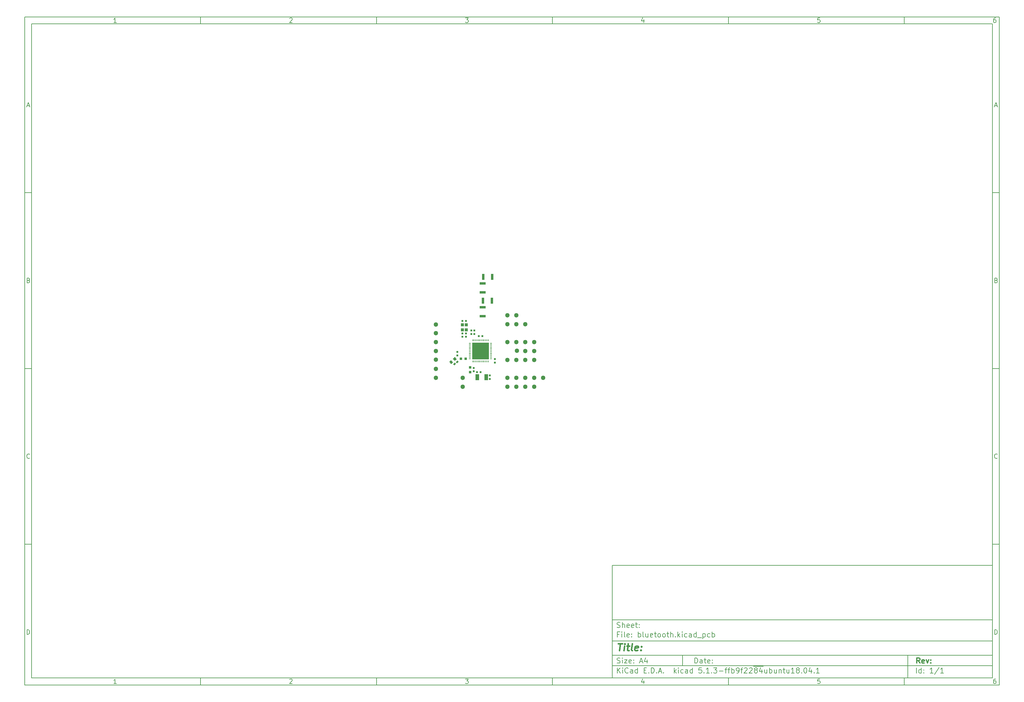
<source format=gbr>
%TF.GenerationSoftware,KiCad,Pcbnew,5.1.3-ffb9f22~84~ubuntu18.04.1*%
%TF.CreationDate,2019-07-25T20:13:38+03:00*%
%TF.ProjectId,bluetooth,626c7565-746f-46f7-9468-2e6b69636164,rev?*%
%TF.SameCoordinates,Original*%
%TF.FileFunction,Soldermask,Top*%
%TF.FilePolarity,Negative*%
%FSLAX45Y45*%
G04 Gerber Fmt 4.5, Leading zero omitted, Abs format (unit mm)*
G04 Created by KiCad (PCBNEW 5.1.3-ffb9f22~84~ubuntu18.04.1) date 2019-07-25 20:13:38*
%MOMM*%
%LPD*%
G04 APERTURE LIST*
%ADD10C,0.100000*%
%ADD11C,0.150000*%
%ADD12C,0.300000*%
%ADD13C,0.400000*%
%ADD14R,1.750000X0.800000*%
%ADD15R,0.800000X1.750000*%
%ADD16C,1.300000*%
%ADD17O,0.200000X0.650000*%
%ADD18O,0.650000X0.200000*%
%ADD19R,4.700000X4.700000*%
%ADD20R,0.500000X0.600000*%
%ADD21C,0.750000*%
%ADD22C,0.500000*%
%ADD23R,0.750000X0.800000*%
%ADD24R,0.600000X0.500000*%
%ADD25R,0.850000X0.950000*%
%ADD26R,0.800000X0.750000*%
%ADD27R,1.000000X1.800000*%
G04 APERTURE END LIST*
D10*
D11*
X17700220Y-16600720D02*
X17700220Y-19800720D01*
X28500220Y-19800720D01*
X28500220Y-16600720D01*
X17700220Y-16600720D01*
D10*
D11*
X1000000Y-1000000D02*
X1000000Y-20000720D01*
X28700220Y-20000720D01*
X28700220Y-1000000D01*
X1000000Y-1000000D01*
D10*
D11*
X1200000Y-1200000D02*
X1200000Y-19800720D01*
X28500220Y-19800720D01*
X28500220Y-1200000D01*
X1200000Y-1200000D01*
D10*
D11*
X6000000Y-1200000D02*
X6000000Y-1000000D01*
D10*
D11*
X11000000Y-1200000D02*
X11000000Y-1000000D01*
D10*
D11*
X16000000Y-1200000D02*
X16000000Y-1000000D01*
D10*
D11*
X21000000Y-1200000D02*
X21000000Y-1000000D01*
D10*
D11*
X26000000Y-1200000D02*
X26000000Y-1000000D01*
D10*
D11*
X3606548Y-1158810D02*
X3532262Y-1158810D01*
X3569405Y-1158810D02*
X3569405Y-1028809D01*
X3557024Y-1047381D01*
X3544643Y-1059762D01*
X3532262Y-1065952D01*
D10*
D11*
X8532262Y-1041190D02*
X8538452Y-1035000D01*
X8550833Y-1028809D01*
X8581786Y-1028809D01*
X8594167Y-1035000D01*
X8600357Y-1041190D01*
X8606548Y-1053571D01*
X8606548Y-1065952D01*
X8600357Y-1084524D01*
X8526071Y-1158810D01*
X8606548Y-1158810D01*
D10*
D11*
X13526071Y-1028809D02*
X13606548Y-1028809D01*
X13563214Y-1078333D01*
X13581786Y-1078333D01*
X13594167Y-1084524D01*
X13600357Y-1090714D01*
X13606548Y-1103095D01*
X13606548Y-1134048D01*
X13600357Y-1146429D01*
X13594167Y-1152619D01*
X13581786Y-1158810D01*
X13544643Y-1158810D01*
X13532262Y-1152619D01*
X13526071Y-1146429D01*
D10*
D11*
X18594167Y-1072143D02*
X18594167Y-1158810D01*
X18563214Y-1022619D02*
X18532262Y-1115476D01*
X18612738Y-1115476D01*
D10*
D11*
X23600357Y-1028809D02*
X23538452Y-1028809D01*
X23532262Y-1090714D01*
X23538452Y-1084524D01*
X23550833Y-1078333D01*
X23581786Y-1078333D01*
X23594167Y-1084524D01*
X23600357Y-1090714D01*
X23606548Y-1103095D01*
X23606548Y-1134048D01*
X23600357Y-1146429D01*
X23594167Y-1152619D01*
X23581786Y-1158810D01*
X23550833Y-1158810D01*
X23538452Y-1152619D01*
X23532262Y-1146429D01*
D10*
D11*
X28594167Y-1028809D02*
X28569405Y-1028809D01*
X28557024Y-1035000D01*
X28550833Y-1041190D01*
X28538452Y-1059762D01*
X28532262Y-1084524D01*
X28532262Y-1134048D01*
X28538452Y-1146429D01*
X28544643Y-1152619D01*
X28557024Y-1158810D01*
X28581786Y-1158810D01*
X28594167Y-1152619D01*
X28600357Y-1146429D01*
X28606548Y-1134048D01*
X28606548Y-1103095D01*
X28600357Y-1090714D01*
X28594167Y-1084524D01*
X28581786Y-1078333D01*
X28557024Y-1078333D01*
X28544643Y-1084524D01*
X28538452Y-1090714D01*
X28532262Y-1103095D01*
D10*
D11*
X6000000Y-19800720D02*
X6000000Y-20000720D01*
D10*
D11*
X11000000Y-19800720D02*
X11000000Y-20000720D01*
D10*
D11*
X16000000Y-19800720D02*
X16000000Y-20000720D01*
D10*
D11*
X21000000Y-19800720D02*
X21000000Y-20000720D01*
D10*
D11*
X26000000Y-19800720D02*
X26000000Y-20000720D01*
D10*
D11*
X3606548Y-19959530D02*
X3532262Y-19959530D01*
X3569405Y-19959530D02*
X3569405Y-19829530D01*
X3557024Y-19848101D01*
X3544643Y-19860482D01*
X3532262Y-19866672D01*
D10*
D11*
X8532262Y-19841910D02*
X8538452Y-19835720D01*
X8550833Y-19829530D01*
X8581786Y-19829530D01*
X8594167Y-19835720D01*
X8600357Y-19841910D01*
X8606548Y-19854291D01*
X8606548Y-19866672D01*
X8600357Y-19885244D01*
X8526071Y-19959530D01*
X8606548Y-19959530D01*
D10*
D11*
X13526071Y-19829530D02*
X13606548Y-19829530D01*
X13563214Y-19879053D01*
X13581786Y-19879053D01*
X13594167Y-19885244D01*
X13600357Y-19891434D01*
X13606548Y-19903815D01*
X13606548Y-19934768D01*
X13600357Y-19947149D01*
X13594167Y-19953339D01*
X13581786Y-19959530D01*
X13544643Y-19959530D01*
X13532262Y-19953339D01*
X13526071Y-19947149D01*
D10*
D11*
X18594167Y-19872863D02*
X18594167Y-19959530D01*
X18563214Y-19823339D02*
X18532262Y-19916196D01*
X18612738Y-19916196D01*
D10*
D11*
X23600357Y-19829530D02*
X23538452Y-19829530D01*
X23532262Y-19891434D01*
X23538452Y-19885244D01*
X23550833Y-19879053D01*
X23581786Y-19879053D01*
X23594167Y-19885244D01*
X23600357Y-19891434D01*
X23606548Y-19903815D01*
X23606548Y-19934768D01*
X23600357Y-19947149D01*
X23594167Y-19953339D01*
X23581786Y-19959530D01*
X23550833Y-19959530D01*
X23538452Y-19953339D01*
X23532262Y-19947149D01*
D10*
D11*
X28594167Y-19829530D02*
X28569405Y-19829530D01*
X28557024Y-19835720D01*
X28550833Y-19841910D01*
X28538452Y-19860482D01*
X28532262Y-19885244D01*
X28532262Y-19934768D01*
X28538452Y-19947149D01*
X28544643Y-19953339D01*
X28557024Y-19959530D01*
X28581786Y-19959530D01*
X28594167Y-19953339D01*
X28600357Y-19947149D01*
X28606548Y-19934768D01*
X28606548Y-19903815D01*
X28600357Y-19891434D01*
X28594167Y-19885244D01*
X28581786Y-19879053D01*
X28557024Y-19879053D01*
X28544643Y-19885244D01*
X28538452Y-19891434D01*
X28532262Y-19903815D01*
D10*
D11*
X1000000Y-6000000D02*
X1200000Y-6000000D01*
D10*
D11*
X1000000Y-11000000D02*
X1200000Y-11000000D01*
D10*
D11*
X1000000Y-16000000D02*
X1200000Y-16000000D01*
D10*
D11*
X1069048Y-3521667D02*
X1130952Y-3521667D01*
X1056667Y-3558809D02*
X1100000Y-3428809D01*
X1143333Y-3558809D01*
D10*
D11*
X1109286Y-8490714D02*
X1127857Y-8496905D01*
X1134048Y-8503095D01*
X1140238Y-8515476D01*
X1140238Y-8534048D01*
X1134048Y-8546429D01*
X1127857Y-8552619D01*
X1115476Y-8558810D01*
X1065952Y-8558810D01*
X1065952Y-8428810D01*
X1109286Y-8428810D01*
X1121667Y-8435000D01*
X1127857Y-8441190D01*
X1134048Y-8453571D01*
X1134048Y-8465952D01*
X1127857Y-8478333D01*
X1121667Y-8484524D01*
X1109286Y-8490714D01*
X1065952Y-8490714D01*
D10*
D11*
X1140238Y-13546428D02*
X1134048Y-13552619D01*
X1115476Y-13558809D01*
X1103095Y-13558809D01*
X1084524Y-13552619D01*
X1072143Y-13540238D01*
X1065952Y-13527857D01*
X1059762Y-13503095D01*
X1059762Y-13484524D01*
X1065952Y-13459762D01*
X1072143Y-13447381D01*
X1084524Y-13435000D01*
X1103095Y-13428809D01*
X1115476Y-13428809D01*
X1134048Y-13435000D01*
X1140238Y-13441190D01*
D10*
D11*
X1065952Y-18558810D02*
X1065952Y-18428810D01*
X1096905Y-18428810D01*
X1115476Y-18435000D01*
X1127857Y-18447381D01*
X1134048Y-18459762D01*
X1140238Y-18484524D01*
X1140238Y-18503095D01*
X1134048Y-18527857D01*
X1127857Y-18540238D01*
X1115476Y-18552619D01*
X1096905Y-18558810D01*
X1065952Y-18558810D01*
D10*
D11*
X28700220Y-6000000D02*
X28500220Y-6000000D01*
D10*
D11*
X28700220Y-11000000D02*
X28500220Y-11000000D01*
D10*
D11*
X28700220Y-16000000D02*
X28500220Y-16000000D01*
D10*
D11*
X28569268Y-3521667D02*
X28631172Y-3521667D01*
X28556887Y-3558809D02*
X28600220Y-3428809D01*
X28643553Y-3558809D01*
D10*
D11*
X28609506Y-8490714D02*
X28628077Y-8496905D01*
X28634268Y-8503095D01*
X28640458Y-8515476D01*
X28640458Y-8534048D01*
X28634268Y-8546429D01*
X28628077Y-8552619D01*
X28615696Y-8558810D01*
X28566172Y-8558810D01*
X28566172Y-8428810D01*
X28609506Y-8428810D01*
X28621887Y-8435000D01*
X28628077Y-8441190D01*
X28634268Y-8453571D01*
X28634268Y-8465952D01*
X28628077Y-8478333D01*
X28621887Y-8484524D01*
X28609506Y-8490714D01*
X28566172Y-8490714D01*
D10*
D11*
X28640458Y-13546428D02*
X28634268Y-13552619D01*
X28615696Y-13558809D01*
X28603315Y-13558809D01*
X28584744Y-13552619D01*
X28572363Y-13540238D01*
X28566172Y-13527857D01*
X28559982Y-13503095D01*
X28559982Y-13484524D01*
X28566172Y-13459762D01*
X28572363Y-13447381D01*
X28584744Y-13435000D01*
X28603315Y-13428809D01*
X28615696Y-13428809D01*
X28634268Y-13435000D01*
X28640458Y-13441190D01*
D10*
D11*
X28566172Y-18558810D02*
X28566172Y-18428810D01*
X28597125Y-18428810D01*
X28615696Y-18435000D01*
X28628077Y-18447381D01*
X28634268Y-18459762D01*
X28640458Y-18484524D01*
X28640458Y-18503095D01*
X28634268Y-18527857D01*
X28628077Y-18540238D01*
X28615696Y-18552619D01*
X28597125Y-18558810D01*
X28566172Y-18558810D01*
D10*
D11*
X20043434Y-19378577D02*
X20043434Y-19228577D01*
X20079149Y-19228577D01*
X20100577Y-19235720D01*
X20114863Y-19250006D01*
X20122006Y-19264291D01*
X20129149Y-19292863D01*
X20129149Y-19314291D01*
X20122006Y-19342863D01*
X20114863Y-19357149D01*
X20100577Y-19371434D01*
X20079149Y-19378577D01*
X20043434Y-19378577D01*
X20257720Y-19378577D02*
X20257720Y-19300006D01*
X20250577Y-19285720D01*
X20236291Y-19278577D01*
X20207720Y-19278577D01*
X20193434Y-19285720D01*
X20257720Y-19371434D02*
X20243434Y-19378577D01*
X20207720Y-19378577D01*
X20193434Y-19371434D01*
X20186291Y-19357149D01*
X20186291Y-19342863D01*
X20193434Y-19328577D01*
X20207720Y-19321434D01*
X20243434Y-19321434D01*
X20257720Y-19314291D01*
X20307720Y-19278577D02*
X20364863Y-19278577D01*
X20329149Y-19228577D02*
X20329149Y-19357149D01*
X20336291Y-19371434D01*
X20350577Y-19378577D01*
X20364863Y-19378577D01*
X20472006Y-19371434D02*
X20457720Y-19378577D01*
X20429149Y-19378577D01*
X20414863Y-19371434D01*
X20407720Y-19357149D01*
X20407720Y-19300006D01*
X20414863Y-19285720D01*
X20429149Y-19278577D01*
X20457720Y-19278577D01*
X20472006Y-19285720D01*
X20479149Y-19300006D01*
X20479149Y-19314291D01*
X20407720Y-19328577D01*
X20543434Y-19364291D02*
X20550577Y-19371434D01*
X20543434Y-19378577D01*
X20536291Y-19371434D01*
X20543434Y-19364291D01*
X20543434Y-19378577D01*
X20543434Y-19285720D02*
X20550577Y-19292863D01*
X20543434Y-19300006D01*
X20536291Y-19292863D01*
X20543434Y-19285720D01*
X20543434Y-19300006D01*
D10*
D11*
X17700220Y-19450720D02*
X28500220Y-19450720D01*
D10*
D11*
X17843434Y-19658577D02*
X17843434Y-19508577D01*
X17929149Y-19658577D02*
X17864863Y-19572863D01*
X17929149Y-19508577D02*
X17843434Y-19594291D01*
X17993434Y-19658577D02*
X17993434Y-19558577D01*
X17993434Y-19508577D02*
X17986291Y-19515720D01*
X17993434Y-19522863D01*
X18000577Y-19515720D01*
X17993434Y-19508577D01*
X17993434Y-19522863D01*
X18150577Y-19644291D02*
X18143434Y-19651434D01*
X18122006Y-19658577D01*
X18107720Y-19658577D01*
X18086291Y-19651434D01*
X18072006Y-19637149D01*
X18064863Y-19622863D01*
X18057720Y-19594291D01*
X18057720Y-19572863D01*
X18064863Y-19544291D01*
X18072006Y-19530006D01*
X18086291Y-19515720D01*
X18107720Y-19508577D01*
X18122006Y-19508577D01*
X18143434Y-19515720D01*
X18150577Y-19522863D01*
X18279149Y-19658577D02*
X18279149Y-19580006D01*
X18272006Y-19565720D01*
X18257720Y-19558577D01*
X18229149Y-19558577D01*
X18214863Y-19565720D01*
X18279149Y-19651434D02*
X18264863Y-19658577D01*
X18229149Y-19658577D01*
X18214863Y-19651434D01*
X18207720Y-19637149D01*
X18207720Y-19622863D01*
X18214863Y-19608577D01*
X18229149Y-19601434D01*
X18264863Y-19601434D01*
X18279149Y-19594291D01*
X18414863Y-19658577D02*
X18414863Y-19508577D01*
X18414863Y-19651434D02*
X18400577Y-19658577D01*
X18372006Y-19658577D01*
X18357720Y-19651434D01*
X18350577Y-19644291D01*
X18343434Y-19630006D01*
X18343434Y-19587149D01*
X18350577Y-19572863D01*
X18357720Y-19565720D01*
X18372006Y-19558577D01*
X18400577Y-19558577D01*
X18414863Y-19565720D01*
X18600577Y-19580006D02*
X18650577Y-19580006D01*
X18672006Y-19658577D02*
X18600577Y-19658577D01*
X18600577Y-19508577D01*
X18672006Y-19508577D01*
X18736291Y-19644291D02*
X18743434Y-19651434D01*
X18736291Y-19658577D01*
X18729149Y-19651434D01*
X18736291Y-19644291D01*
X18736291Y-19658577D01*
X18807720Y-19658577D02*
X18807720Y-19508577D01*
X18843434Y-19508577D01*
X18864863Y-19515720D01*
X18879149Y-19530006D01*
X18886291Y-19544291D01*
X18893434Y-19572863D01*
X18893434Y-19594291D01*
X18886291Y-19622863D01*
X18879149Y-19637149D01*
X18864863Y-19651434D01*
X18843434Y-19658577D01*
X18807720Y-19658577D01*
X18957720Y-19644291D02*
X18964863Y-19651434D01*
X18957720Y-19658577D01*
X18950577Y-19651434D01*
X18957720Y-19644291D01*
X18957720Y-19658577D01*
X19022006Y-19615720D02*
X19093434Y-19615720D01*
X19007720Y-19658577D02*
X19057720Y-19508577D01*
X19107720Y-19658577D01*
X19157720Y-19644291D02*
X19164863Y-19651434D01*
X19157720Y-19658577D01*
X19150577Y-19651434D01*
X19157720Y-19644291D01*
X19157720Y-19658577D01*
X19457720Y-19658577D02*
X19457720Y-19508577D01*
X19472006Y-19601434D02*
X19514863Y-19658577D01*
X19514863Y-19558577D02*
X19457720Y-19615720D01*
X19579149Y-19658577D02*
X19579149Y-19558577D01*
X19579149Y-19508577D02*
X19572006Y-19515720D01*
X19579149Y-19522863D01*
X19586291Y-19515720D01*
X19579149Y-19508577D01*
X19579149Y-19522863D01*
X19714863Y-19651434D02*
X19700577Y-19658577D01*
X19672006Y-19658577D01*
X19657720Y-19651434D01*
X19650577Y-19644291D01*
X19643434Y-19630006D01*
X19643434Y-19587149D01*
X19650577Y-19572863D01*
X19657720Y-19565720D01*
X19672006Y-19558577D01*
X19700577Y-19558577D01*
X19714863Y-19565720D01*
X19843434Y-19658577D02*
X19843434Y-19580006D01*
X19836291Y-19565720D01*
X19822006Y-19558577D01*
X19793434Y-19558577D01*
X19779149Y-19565720D01*
X19843434Y-19651434D02*
X19829149Y-19658577D01*
X19793434Y-19658577D01*
X19779149Y-19651434D01*
X19772006Y-19637149D01*
X19772006Y-19622863D01*
X19779149Y-19608577D01*
X19793434Y-19601434D01*
X19829149Y-19601434D01*
X19843434Y-19594291D01*
X19979149Y-19658577D02*
X19979149Y-19508577D01*
X19979149Y-19651434D02*
X19964863Y-19658577D01*
X19936291Y-19658577D01*
X19922006Y-19651434D01*
X19914863Y-19644291D01*
X19907720Y-19630006D01*
X19907720Y-19587149D01*
X19914863Y-19572863D01*
X19922006Y-19565720D01*
X19936291Y-19558577D01*
X19964863Y-19558577D01*
X19979149Y-19565720D01*
X20236291Y-19508577D02*
X20164863Y-19508577D01*
X20157720Y-19580006D01*
X20164863Y-19572863D01*
X20179149Y-19565720D01*
X20214863Y-19565720D01*
X20229149Y-19572863D01*
X20236291Y-19580006D01*
X20243434Y-19594291D01*
X20243434Y-19630006D01*
X20236291Y-19644291D01*
X20229149Y-19651434D01*
X20214863Y-19658577D01*
X20179149Y-19658577D01*
X20164863Y-19651434D01*
X20157720Y-19644291D01*
X20307720Y-19644291D02*
X20314863Y-19651434D01*
X20307720Y-19658577D01*
X20300577Y-19651434D01*
X20307720Y-19644291D01*
X20307720Y-19658577D01*
X20457720Y-19658577D02*
X20372006Y-19658577D01*
X20414863Y-19658577D02*
X20414863Y-19508577D01*
X20400577Y-19530006D01*
X20386291Y-19544291D01*
X20372006Y-19551434D01*
X20522006Y-19644291D02*
X20529149Y-19651434D01*
X20522006Y-19658577D01*
X20514863Y-19651434D01*
X20522006Y-19644291D01*
X20522006Y-19658577D01*
X20579149Y-19508577D02*
X20672006Y-19508577D01*
X20622006Y-19565720D01*
X20643434Y-19565720D01*
X20657720Y-19572863D01*
X20664863Y-19580006D01*
X20672006Y-19594291D01*
X20672006Y-19630006D01*
X20664863Y-19644291D01*
X20657720Y-19651434D01*
X20643434Y-19658577D01*
X20600577Y-19658577D01*
X20586291Y-19651434D01*
X20579149Y-19644291D01*
X20736291Y-19601434D02*
X20850577Y-19601434D01*
X20900577Y-19558577D02*
X20957720Y-19558577D01*
X20922006Y-19658577D02*
X20922006Y-19530006D01*
X20929149Y-19515720D01*
X20943434Y-19508577D01*
X20957720Y-19508577D01*
X20986291Y-19558577D02*
X21043434Y-19558577D01*
X21007720Y-19658577D02*
X21007720Y-19530006D01*
X21014863Y-19515720D01*
X21029149Y-19508577D01*
X21043434Y-19508577D01*
X21093434Y-19658577D02*
X21093434Y-19508577D01*
X21093434Y-19565720D02*
X21107720Y-19558577D01*
X21136291Y-19558577D01*
X21150577Y-19565720D01*
X21157720Y-19572863D01*
X21164863Y-19587149D01*
X21164863Y-19630006D01*
X21157720Y-19644291D01*
X21150577Y-19651434D01*
X21136291Y-19658577D01*
X21107720Y-19658577D01*
X21093434Y-19651434D01*
X21236291Y-19658577D02*
X21264863Y-19658577D01*
X21279149Y-19651434D01*
X21286291Y-19644291D01*
X21300577Y-19622863D01*
X21307720Y-19594291D01*
X21307720Y-19537149D01*
X21300577Y-19522863D01*
X21293434Y-19515720D01*
X21279149Y-19508577D01*
X21250577Y-19508577D01*
X21236291Y-19515720D01*
X21229149Y-19522863D01*
X21222006Y-19537149D01*
X21222006Y-19572863D01*
X21229149Y-19587149D01*
X21236291Y-19594291D01*
X21250577Y-19601434D01*
X21279149Y-19601434D01*
X21293434Y-19594291D01*
X21300577Y-19587149D01*
X21307720Y-19572863D01*
X21350577Y-19558577D02*
X21407720Y-19558577D01*
X21372006Y-19658577D02*
X21372006Y-19530006D01*
X21379149Y-19515720D01*
X21393434Y-19508577D01*
X21407720Y-19508577D01*
X21450577Y-19522863D02*
X21457720Y-19515720D01*
X21472006Y-19508577D01*
X21507720Y-19508577D01*
X21522006Y-19515720D01*
X21529149Y-19522863D01*
X21536291Y-19537149D01*
X21536291Y-19551434D01*
X21529149Y-19572863D01*
X21443434Y-19658577D01*
X21536291Y-19658577D01*
X21593434Y-19522863D02*
X21600577Y-19515720D01*
X21614863Y-19508577D01*
X21650577Y-19508577D01*
X21664863Y-19515720D01*
X21672006Y-19522863D01*
X21679149Y-19537149D01*
X21679149Y-19551434D01*
X21672006Y-19572863D01*
X21586291Y-19658577D01*
X21679149Y-19658577D01*
X21707720Y-19467720D02*
X21850577Y-19467720D01*
X21764863Y-19572863D02*
X21750577Y-19565720D01*
X21743434Y-19558577D01*
X21736291Y-19544291D01*
X21736291Y-19537149D01*
X21743434Y-19522863D01*
X21750577Y-19515720D01*
X21764863Y-19508577D01*
X21793434Y-19508577D01*
X21807720Y-19515720D01*
X21814863Y-19522863D01*
X21822006Y-19537149D01*
X21822006Y-19544291D01*
X21814863Y-19558577D01*
X21807720Y-19565720D01*
X21793434Y-19572863D01*
X21764863Y-19572863D01*
X21750577Y-19580006D01*
X21743434Y-19587149D01*
X21736291Y-19601434D01*
X21736291Y-19630006D01*
X21743434Y-19644291D01*
X21750577Y-19651434D01*
X21764863Y-19658577D01*
X21793434Y-19658577D01*
X21807720Y-19651434D01*
X21814863Y-19644291D01*
X21822006Y-19630006D01*
X21822006Y-19601434D01*
X21814863Y-19587149D01*
X21807720Y-19580006D01*
X21793434Y-19572863D01*
X21850577Y-19467720D02*
X21993434Y-19467720D01*
X21950577Y-19558577D02*
X21950577Y-19658577D01*
X21914863Y-19501434D02*
X21879149Y-19608577D01*
X21972006Y-19608577D01*
X22093434Y-19558577D02*
X22093434Y-19658577D01*
X22029149Y-19558577D02*
X22029149Y-19637149D01*
X22036291Y-19651434D01*
X22050577Y-19658577D01*
X22072006Y-19658577D01*
X22086291Y-19651434D01*
X22093434Y-19644291D01*
X22164863Y-19658577D02*
X22164863Y-19508577D01*
X22164863Y-19565720D02*
X22179149Y-19558577D01*
X22207720Y-19558577D01*
X22222006Y-19565720D01*
X22229149Y-19572863D01*
X22236291Y-19587149D01*
X22236291Y-19630006D01*
X22229149Y-19644291D01*
X22222006Y-19651434D01*
X22207720Y-19658577D01*
X22179149Y-19658577D01*
X22164863Y-19651434D01*
X22364863Y-19558577D02*
X22364863Y-19658577D01*
X22300577Y-19558577D02*
X22300577Y-19637149D01*
X22307720Y-19651434D01*
X22322006Y-19658577D01*
X22343434Y-19658577D01*
X22357720Y-19651434D01*
X22364863Y-19644291D01*
X22436291Y-19558577D02*
X22436291Y-19658577D01*
X22436291Y-19572863D02*
X22443434Y-19565720D01*
X22457720Y-19558577D01*
X22479148Y-19558577D01*
X22493434Y-19565720D01*
X22500577Y-19580006D01*
X22500577Y-19658577D01*
X22550577Y-19558577D02*
X22607720Y-19558577D01*
X22572006Y-19508577D02*
X22572006Y-19637149D01*
X22579148Y-19651434D01*
X22593434Y-19658577D01*
X22607720Y-19658577D01*
X22722006Y-19558577D02*
X22722006Y-19658577D01*
X22657720Y-19558577D02*
X22657720Y-19637149D01*
X22664863Y-19651434D01*
X22679148Y-19658577D01*
X22700577Y-19658577D01*
X22714863Y-19651434D01*
X22722006Y-19644291D01*
X22872006Y-19658577D02*
X22786291Y-19658577D01*
X22829148Y-19658577D02*
X22829148Y-19508577D01*
X22814863Y-19530006D01*
X22800577Y-19544291D01*
X22786291Y-19551434D01*
X22957720Y-19572863D02*
X22943434Y-19565720D01*
X22936291Y-19558577D01*
X22929148Y-19544291D01*
X22929148Y-19537149D01*
X22936291Y-19522863D01*
X22943434Y-19515720D01*
X22957720Y-19508577D01*
X22986291Y-19508577D01*
X23000577Y-19515720D01*
X23007720Y-19522863D01*
X23014863Y-19537149D01*
X23014863Y-19544291D01*
X23007720Y-19558577D01*
X23000577Y-19565720D01*
X22986291Y-19572863D01*
X22957720Y-19572863D01*
X22943434Y-19580006D01*
X22936291Y-19587149D01*
X22929148Y-19601434D01*
X22929148Y-19630006D01*
X22936291Y-19644291D01*
X22943434Y-19651434D01*
X22957720Y-19658577D01*
X22986291Y-19658577D01*
X23000577Y-19651434D01*
X23007720Y-19644291D01*
X23014863Y-19630006D01*
X23014863Y-19601434D01*
X23007720Y-19587149D01*
X23000577Y-19580006D01*
X22986291Y-19572863D01*
X23079148Y-19644291D02*
X23086291Y-19651434D01*
X23079148Y-19658577D01*
X23072006Y-19651434D01*
X23079148Y-19644291D01*
X23079148Y-19658577D01*
X23179148Y-19508577D02*
X23193434Y-19508577D01*
X23207720Y-19515720D01*
X23214863Y-19522863D01*
X23222006Y-19537149D01*
X23229148Y-19565720D01*
X23229148Y-19601434D01*
X23222006Y-19630006D01*
X23214863Y-19644291D01*
X23207720Y-19651434D01*
X23193434Y-19658577D01*
X23179148Y-19658577D01*
X23164863Y-19651434D01*
X23157720Y-19644291D01*
X23150577Y-19630006D01*
X23143434Y-19601434D01*
X23143434Y-19565720D01*
X23150577Y-19537149D01*
X23157720Y-19522863D01*
X23164863Y-19515720D01*
X23179148Y-19508577D01*
X23357720Y-19558577D02*
X23357720Y-19658577D01*
X23322006Y-19501434D02*
X23286291Y-19608577D01*
X23379148Y-19608577D01*
X23436291Y-19644291D02*
X23443434Y-19651434D01*
X23436291Y-19658577D01*
X23429148Y-19651434D01*
X23436291Y-19644291D01*
X23436291Y-19658577D01*
X23586291Y-19658577D02*
X23500577Y-19658577D01*
X23543434Y-19658577D02*
X23543434Y-19508577D01*
X23529148Y-19530006D01*
X23514863Y-19544291D01*
X23500577Y-19551434D01*
D10*
D11*
X17700220Y-19150720D02*
X28500220Y-19150720D01*
D10*
D12*
X26441148Y-19378577D02*
X26391148Y-19307149D01*
X26355434Y-19378577D02*
X26355434Y-19228577D01*
X26412577Y-19228577D01*
X26426863Y-19235720D01*
X26434006Y-19242863D01*
X26441148Y-19257149D01*
X26441148Y-19278577D01*
X26434006Y-19292863D01*
X26426863Y-19300006D01*
X26412577Y-19307149D01*
X26355434Y-19307149D01*
X26562577Y-19371434D02*
X26548291Y-19378577D01*
X26519720Y-19378577D01*
X26505434Y-19371434D01*
X26498291Y-19357149D01*
X26498291Y-19300006D01*
X26505434Y-19285720D01*
X26519720Y-19278577D01*
X26548291Y-19278577D01*
X26562577Y-19285720D01*
X26569720Y-19300006D01*
X26569720Y-19314291D01*
X26498291Y-19328577D01*
X26619720Y-19278577D02*
X26655434Y-19378577D01*
X26691148Y-19278577D01*
X26748291Y-19364291D02*
X26755434Y-19371434D01*
X26748291Y-19378577D01*
X26741148Y-19371434D01*
X26748291Y-19364291D01*
X26748291Y-19378577D01*
X26748291Y-19285720D02*
X26755434Y-19292863D01*
X26748291Y-19300006D01*
X26741148Y-19292863D01*
X26748291Y-19285720D01*
X26748291Y-19300006D01*
D10*
D11*
X17836291Y-19371434D02*
X17857720Y-19378577D01*
X17893434Y-19378577D01*
X17907720Y-19371434D01*
X17914863Y-19364291D01*
X17922006Y-19350006D01*
X17922006Y-19335720D01*
X17914863Y-19321434D01*
X17907720Y-19314291D01*
X17893434Y-19307149D01*
X17864863Y-19300006D01*
X17850577Y-19292863D01*
X17843434Y-19285720D01*
X17836291Y-19271434D01*
X17836291Y-19257149D01*
X17843434Y-19242863D01*
X17850577Y-19235720D01*
X17864863Y-19228577D01*
X17900577Y-19228577D01*
X17922006Y-19235720D01*
X17986291Y-19378577D02*
X17986291Y-19278577D01*
X17986291Y-19228577D02*
X17979149Y-19235720D01*
X17986291Y-19242863D01*
X17993434Y-19235720D01*
X17986291Y-19228577D01*
X17986291Y-19242863D01*
X18043434Y-19278577D02*
X18122006Y-19278577D01*
X18043434Y-19378577D01*
X18122006Y-19378577D01*
X18236291Y-19371434D02*
X18222006Y-19378577D01*
X18193434Y-19378577D01*
X18179149Y-19371434D01*
X18172006Y-19357149D01*
X18172006Y-19300006D01*
X18179149Y-19285720D01*
X18193434Y-19278577D01*
X18222006Y-19278577D01*
X18236291Y-19285720D01*
X18243434Y-19300006D01*
X18243434Y-19314291D01*
X18172006Y-19328577D01*
X18307720Y-19364291D02*
X18314863Y-19371434D01*
X18307720Y-19378577D01*
X18300577Y-19371434D01*
X18307720Y-19364291D01*
X18307720Y-19378577D01*
X18307720Y-19285720D02*
X18314863Y-19292863D01*
X18307720Y-19300006D01*
X18300577Y-19292863D01*
X18307720Y-19285720D01*
X18307720Y-19300006D01*
X18486291Y-19335720D02*
X18557720Y-19335720D01*
X18472006Y-19378577D02*
X18522006Y-19228577D01*
X18572006Y-19378577D01*
X18686291Y-19278577D02*
X18686291Y-19378577D01*
X18650577Y-19221434D02*
X18614863Y-19328577D01*
X18707720Y-19328577D01*
D10*
D11*
X26343434Y-19658577D02*
X26343434Y-19508577D01*
X26479148Y-19658577D02*
X26479148Y-19508577D01*
X26479148Y-19651434D02*
X26464863Y-19658577D01*
X26436291Y-19658577D01*
X26422006Y-19651434D01*
X26414863Y-19644291D01*
X26407720Y-19630006D01*
X26407720Y-19587149D01*
X26414863Y-19572863D01*
X26422006Y-19565720D01*
X26436291Y-19558577D01*
X26464863Y-19558577D01*
X26479148Y-19565720D01*
X26550577Y-19644291D02*
X26557720Y-19651434D01*
X26550577Y-19658577D01*
X26543434Y-19651434D01*
X26550577Y-19644291D01*
X26550577Y-19658577D01*
X26550577Y-19565720D02*
X26557720Y-19572863D01*
X26550577Y-19580006D01*
X26543434Y-19572863D01*
X26550577Y-19565720D01*
X26550577Y-19580006D01*
X26814863Y-19658577D02*
X26729148Y-19658577D01*
X26772006Y-19658577D02*
X26772006Y-19508577D01*
X26757720Y-19530006D01*
X26743434Y-19544291D01*
X26729148Y-19551434D01*
X26986291Y-19501434D02*
X26857720Y-19694291D01*
X27114863Y-19658577D02*
X27029148Y-19658577D01*
X27072006Y-19658577D02*
X27072006Y-19508577D01*
X27057720Y-19530006D01*
X27043434Y-19544291D01*
X27029148Y-19551434D01*
D10*
D11*
X17700220Y-18750720D02*
X28500220Y-18750720D01*
D10*
D13*
X17871458Y-18821196D02*
X17985744Y-18821196D01*
X17903601Y-19021196D02*
X17928601Y-18821196D01*
X18027410Y-19021196D02*
X18044077Y-18887863D01*
X18052410Y-18821196D02*
X18041696Y-18830720D01*
X18050030Y-18840244D01*
X18060744Y-18830720D01*
X18052410Y-18821196D01*
X18050030Y-18840244D01*
X18110744Y-18887863D02*
X18186934Y-18887863D01*
X18147649Y-18821196D02*
X18126220Y-18992625D01*
X18133363Y-19011672D01*
X18151220Y-19021196D01*
X18170268Y-19021196D01*
X18265506Y-19021196D02*
X18247649Y-19011672D01*
X18240506Y-18992625D01*
X18261934Y-18821196D01*
X18419077Y-19011672D02*
X18398839Y-19021196D01*
X18360744Y-19021196D01*
X18342887Y-19011672D01*
X18335744Y-18992625D01*
X18345268Y-18916434D01*
X18357172Y-18897387D01*
X18377410Y-18887863D01*
X18415506Y-18887863D01*
X18433363Y-18897387D01*
X18440506Y-18916434D01*
X18438125Y-18935482D01*
X18340506Y-18954530D01*
X18515506Y-19002149D02*
X18523839Y-19011672D01*
X18513125Y-19021196D01*
X18504791Y-19011672D01*
X18515506Y-19002149D01*
X18513125Y-19021196D01*
X18528601Y-18897387D02*
X18536934Y-18906910D01*
X18526220Y-18916434D01*
X18517887Y-18906910D01*
X18528601Y-18897387D01*
X18526220Y-18916434D01*
D10*
D11*
X17893434Y-18560006D02*
X17843434Y-18560006D01*
X17843434Y-18638577D02*
X17843434Y-18488577D01*
X17914863Y-18488577D01*
X17972006Y-18638577D02*
X17972006Y-18538577D01*
X17972006Y-18488577D02*
X17964863Y-18495720D01*
X17972006Y-18502863D01*
X17979149Y-18495720D01*
X17972006Y-18488577D01*
X17972006Y-18502863D01*
X18064863Y-18638577D02*
X18050577Y-18631434D01*
X18043434Y-18617149D01*
X18043434Y-18488577D01*
X18179149Y-18631434D02*
X18164863Y-18638577D01*
X18136291Y-18638577D01*
X18122006Y-18631434D01*
X18114863Y-18617149D01*
X18114863Y-18560006D01*
X18122006Y-18545720D01*
X18136291Y-18538577D01*
X18164863Y-18538577D01*
X18179149Y-18545720D01*
X18186291Y-18560006D01*
X18186291Y-18574291D01*
X18114863Y-18588577D01*
X18250577Y-18624291D02*
X18257720Y-18631434D01*
X18250577Y-18638577D01*
X18243434Y-18631434D01*
X18250577Y-18624291D01*
X18250577Y-18638577D01*
X18250577Y-18545720D02*
X18257720Y-18552863D01*
X18250577Y-18560006D01*
X18243434Y-18552863D01*
X18250577Y-18545720D01*
X18250577Y-18560006D01*
X18436291Y-18638577D02*
X18436291Y-18488577D01*
X18436291Y-18545720D02*
X18450577Y-18538577D01*
X18479149Y-18538577D01*
X18493434Y-18545720D01*
X18500577Y-18552863D01*
X18507720Y-18567149D01*
X18507720Y-18610006D01*
X18500577Y-18624291D01*
X18493434Y-18631434D01*
X18479149Y-18638577D01*
X18450577Y-18638577D01*
X18436291Y-18631434D01*
X18593434Y-18638577D02*
X18579149Y-18631434D01*
X18572006Y-18617149D01*
X18572006Y-18488577D01*
X18714863Y-18538577D02*
X18714863Y-18638577D01*
X18650577Y-18538577D02*
X18650577Y-18617149D01*
X18657720Y-18631434D01*
X18672006Y-18638577D01*
X18693434Y-18638577D01*
X18707720Y-18631434D01*
X18714863Y-18624291D01*
X18843434Y-18631434D02*
X18829149Y-18638577D01*
X18800577Y-18638577D01*
X18786291Y-18631434D01*
X18779149Y-18617149D01*
X18779149Y-18560006D01*
X18786291Y-18545720D01*
X18800577Y-18538577D01*
X18829149Y-18538577D01*
X18843434Y-18545720D01*
X18850577Y-18560006D01*
X18850577Y-18574291D01*
X18779149Y-18588577D01*
X18893434Y-18538577D02*
X18950577Y-18538577D01*
X18914863Y-18488577D02*
X18914863Y-18617149D01*
X18922006Y-18631434D01*
X18936291Y-18638577D01*
X18950577Y-18638577D01*
X19022006Y-18638577D02*
X19007720Y-18631434D01*
X19000577Y-18624291D01*
X18993434Y-18610006D01*
X18993434Y-18567149D01*
X19000577Y-18552863D01*
X19007720Y-18545720D01*
X19022006Y-18538577D01*
X19043434Y-18538577D01*
X19057720Y-18545720D01*
X19064863Y-18552863D01*
X19072006Y-18567149D01*
X19072006Y-18610006D01*
X19064863Y-18624291D01*
X19057720Y-18631434D01*
X19043434Y-18638577D01*
X19022006Y-18638577D01*
X19157720Y-18638577D02*
X19143434Y-18631434D01*
X19136291Y-18624291D01*
X19129149Y-18610006D01*
X19129149Y-18567149D01*
X19136291Y-18552863D01*
X19143434Y-18545720D01*
X19157720Y-18538577D01*
X19179149Y-18538577D01*
X19193434Y-18545720D01*
X19200577Y-18552863D01*
X19207720Y-18567149D01*
X19207720Y-18610006D01*
X19200577Y-18624291D01*
X19193434Y-18631434D01*
X19179149Y-18638577D01*
X19157720Y-18638577D01*
X19250577Y-18538577D02*
X19307720Y-18538577D01*
X19272006Y-18488577D02*
X19272006Y-18617149D01*
X19279149Y-18631434D01*
X19293434Y-18638577D01*
X19307720Y-18638577D01*
X19357720Y-18638577D02*
X19357720Y-18488577D01*
X19422006Y-18638577D02*
X19422006Y-18560006D01*
X19414863Y-18545720D01*
X19400577Y-18538577D01*
X19379149Y-18538577D01*
X19364863Y-18545720D01*
X19357720Y-18552863D01*
X19493434Y-18624291D02*
X19500577Y-18631434D01*
X19493434Y-18638577D01*
X19486291Y-18631434D01*
X19493434Y-18624291D01*
X19493434Y-18638577D01*
X19564863Y-18638577D02*
X19564863Y-18488577D01*
X19579149Y-18581434D02*
X19622006Y-18638577D01*
X19622006Y-18538577D02*
X19564863Y-18595720D01*
X19686291Y-18638577D02*
X19686291Y-18538577D01*
X19686291Y-18488577D02*
X19679149Y-18495720D01*
X19686291Y-18502863D01*
X19693434Y-18495720D01*
X19686291Y-18488577D01*
X19686291Y-18502863D01*
X19822006Y-18631434D02*
X19807720Y-18638577D01*
X19779149Y-18638577D01*
X19764863Y-18631434D01*
X19757720Y-18624291D01*
X19750577Y-18610006D01*
X19750577Y-18567149D01*
X19757720Y-18552863D01*
X19764863Y-18545720D01*
X19779149Y-18538577D01*
X19807720Y-18538577D01*
X19822006Y-18545720D01*
X19950577Y-18638577D02*
X19950577Y-18560006D01*
X19943434Y-18545720D01*
X19929149Y-18538577D01*
X19900577Y-18538577D01*
X19886291Y-18545720D01*
X19950577Y-18631434D02*
X19936291Y-18638577D01*
X19900577Y-18638577D01*
X19886291Y-18631434D01*
X19879149Y-18617149D01*
X19879149Y-18602863D01*
X19886291Y-18588577D01*
X19900577Y-18581434D01*
X19936291Y-18581434D01*
X19950577Y-18574291D01*
X20086291Y-18638577D02*
X20086291Y-18488577D01*
X20086291Y-18631434D02*
X20072006Y-18638577D01*
X20043434Y-18638577D01*
X20029149Y-18631434D01*
X20022006Y-18624291D01*
X20014863Y-18610006D01*
X20014863Y-18567149D01*
X20022006Y-18552863D01*
X20029149Y-18545720D01*
X20043434Y-18538577D01*
X20072006Y-18538577D01*
X20086291Y-18545720D01*
X20122006Y-18652863D02*
X20236291Y-18652863D01*
X20272006Y-18538577D02*
X20272006Y-18688577D01*
X20272006Y-18545720D02*
X20286291Y-18538577D01*
X20314863Y-18538577D01*
X20329149Y-18545720D01*
X20336291Y-18552863D01*
X20343434Y-18567149D01*
X20343434Y-18610006D01*
X20336291Y-18624291D01*
X20329149Y-18631434D01*
X20314863Y-18638577D01*
X20286291Y-18638577D01*
X20272006Y-18631434D01*
X20472006Y-18631434D02*
X20457720Y-18638577D01*
X20429149Y-18638577D01*
X20414863Y-18631434D01*
X20407720Y-18624291D01*
X20400577Y-18610006D01*
X20400577Y-18567149D01*
X20407720Y-18552863D01*
X20414863Y-18545720D01*
X20429149Y-18538577D01*
X20457720Y-18538577D01*
X20472006Y-18545720D01*
X20536291Y-18638577D02*
X20536291Y-18488577D01*
X20536291Y-18545720D02*
X20550577Y-18538577D01*
X20579149Y-18538577D01*
X20593434Y-18545720D01*
X20600577Y-18552863D01*
X20607720Y-18567149D01*
X20607720Y-18610006D01*
X20600577Y-18624291D01*
X20593434Y-18631434D01*
X20579149Y-18638577D01*
X20550577Y-18638577D01*
X20536291Y-18631434D01*
D10*
D11*
X17700220Y-18150720D02*
X28500220Y-18150720D01*
D10*
D11*
X17836291Y-18361434D02*
X17857720Y-18368577D01*
X17893434Y-18368577D01*
X17907720Y-18361434D01*
X17914863Y-18354291D01*
X17922006Y-18340006D01*
X17922006Y-18325720D01*
X17914863Y-18311434D01*
X17907720Y-18304291D01*
X17893434Y-18297149D01*
X17864863Y-18290006D01*
X17850577Y-18282863D01*
X17843434Y-18275720D01*
X17836291Y-18261434D01*
X17836291Y-18247149D01*
X17843434Y-18232863D01*
X17850577Y-18225720D01*
X17864863Y-18218577D01*
X17900577Y-18218577D01*
X17922006Y-18225720D01*
X17986291Y-18368577D02*
X17986291Y-18218577D01*
X18050577Y-18368577D02*
X18050577Y-18290006D01*
X18043434Y-18275720D01*
X18029149Y-18268577D01*
X18007720Y-18268577D01*
X17993434Y-18275720D01*
X17986291Y-18282863D01*
X18179149Y-18361434D02*
X18164863Y-18368577D01*
X18136291Y-18368577D01*
X18122006Y-18361434D01*
X18114863Y-18347149D01*
X18114863Y-18290006D01*
X18122006Y-18275720D01*
X18136291Y-18268577D01*
X18164863Y-18268577D01*
X18179149Y-18275720D01*
X18186291Y-18290006D01*
X18186291Y-18304291D01*
X18114863Y-18318577D01*
X18307720Y-18361434D02*
X18293434Y-18368577D01*
X18264863Y-18368577D01*
X18250577Y-18361434D01*
X18243434Y-18347149D01*
X18243434Y-18290006D01*
X18250577Y-18275720D01*
X18264863Y-18268577D01*
X18293434Y-18268577D01*
X18307720Y-18275720D01*
X18314863Y-18290006D01*
X18314863Y-18304291D01*
X18243434Y-18318577D01*
X18357720Y-18268577D02*
X18414863Y-18268577D01*
X18379149Y-18218577D02*
X18379149Y-18347149D01*
X18386291Y-18361434D01*
X18400577Y-18368577D01*
X18414863Y-18368577D01*
X18464863Y-18354291D02*
X18472006Y-18361434D01*
X18464863Y-18368577D01*
X18457720Y-18361434D01*
X18464863Y-18354291D01*
X18464863Y-18368577D01*
X18464863Y-18275720D02*
X18472006Y-18282863D01*
X18464863Y-18290006D01*
X18457720Y-18282863D01*
X18464863Y-18275720D01*
X18464863Y-18290006D01*
D10*
D11*
X19700220Y-19150720D02*
X19700220Y-19450720D01*
D10*
D11*
X26100220Y-19150720D02*
X26100220Y-19800720D01*
D14*
%TO.C,Cap_2*%
X14015181Y-9255419D03*
X14015181Y-9510419D03*
%TD*%
D15*
%TO.C,Cap_4*%
X14030681Y-8396419D03*
X14285681Y-8396419D03*
%TD*%
D14*
%TO.C,Cap_1*%
X14017181Y-8831419D03*
X14017181Y-8576419D03*
%TD*%
D15*
%TO.C,Cap_3*%
X14020181Y-9071419D03*
X14275181Y-9071419D03*
%TD*%
D16*
%TO.C,U102*%
X14719181Y-10243419D03*
%TD*%
%TO.C,U26*%
X13449181Y-11519419D03*
%TD*%
%TO.C,U8*%
X13449181Y-11265419D03*
%TD*%
D17*
%TO.C,U1*%
X13733019Y-10800325D03*
X13773019Y-10800325D03*
X13813019Y-10800325D03*
X13853019Y-10800325D03*
X13893019Y-10800325D03*
X13933019Y-10800325D03*
X13973019Y-10800325D03*
X14013019Y-10800325D03*
X14053019Y-10800325D03*
X14093019Y-10800325D03*
X14133019Y-10800325D03*
X14173019Y-10800325D03*
D18*
X14255519Y-10717826D03*
X14255519Y-10677826D03*
X14255519Y-10637825D03*
X14255519Y-10597826D03*
X14255519Y-10557826D03*
X14255519Y-10517825D03*
X14255519Y-10477825D03*
X14255519Y-10437825D03*
X14255519Y-10397825D03*
X14255519Y-10357825D03*
X14255519Y-10317825D03*
X14255519Y-10277825D03*
D17*
X14173019Y-10195325D03*
X14133019Y-10195325D03*
X14093019Y-10195325D03*
X14053019Y-10195325D03*
X14013019Y-10195325D03*
X13973019Y-10195325D03*
X13933019Y-10195325D03*
X13893019Y-10195325D03*
X13853019Y-10195325D03*
X13813019Y-10195325D03*
X13773019Y-10195325D03*
X13733019Y-10195325D03*
D18*
X13650519Y-10277825D03*
X13650519Y-10317826D03*
X13650519Y-10357825D03*
X13650519Y-10397825D03*
X13650519Y-10437826D03*
X13650519Y-10477825D03*
X13650519Y-10517826D03*
X13650519Y-10557826D03*
X13650519Y-10597826D03*
X13650519Y-10637826D03*
X13650519Y-10677826D03*
X13650519Y-10717826D03*
D19*
X13953019Y-10497825D03*
%TD*%
D16*
%TO.C,U33*%
X14719181Y-11265419D03*
%TD*%
%TO.C,U31*%
X15481181Y-10757419D03*
%TD*%
%TO.C,U25*%
X15222181Y-11513419D03*
%TD*%
%TO.C,U20*%
X15222181Y-10497419D03*
%TD*%
%TO.C,U19*%
X14719181Y-9741419D03*
%TD*%
D20*
%TO.C,C12*%
X14222259Y-11194586D03*
X14222259Y-11294586D03*
%TD*%
D21*
%TO.C,C10*%
X13221899Y-10728685D03*
D10*
G36*
X13276337Y-10735222D02*
G01*
X13218884Y-10783431D01*
X13167461Y-10722148D01*
X13224914Y-10673939D01*
X13276337Y-10735222D01*
X13276337Y-10735222D01*
G37*
D21*
X13118483Y-10815462D03*
D10*
G36*
X13172921Y-10821999D02*
G01*
X13115468Y-10870208D01*
X13064045Y-10808925D01*
X13121498Y-10760716D01*
X13172921Y-10821999D01*
X13172921Y-10821999D01*
G37*
%TD*%
D22*
%TO.C,L3*%
X13292938Y-10810121D03*
D10*
G36*
X13333904Y-10808382D02*
G01*
X13284111Y-10850163D01*
X13251972Y-10811861D01*
X13301765Y-10770079D01*
X13333904Y-10808382D01*
X13333904Y-10808382D01*
G37*
D22*
X13220164Y-10871186D03*
D10*
G36*
X13261130Y-10869447D02*
G01*
X13211337Y-10911228D01*
X13179198Y-10872926D01*
X13228991Y-10831144D01*
X13261130Y-10869447D01*
X13261130Y-10869447D01*
G37*
%TD*%
D23*
%TO.C,L2*%
X13397323Y-10723885D03*
X13532323Y-10723885D03*
%TD*%
D20*
%TO.C,C4*%
X13765059Y-10981226D03*
X13765059Y-11081226D03*
%TD*%
%TO.C,C5*%
X14361959Y-10732306D03*
X14361959Y-10832306D03*
%TD*%
%TO.C,C7*%
X13691399Y-10019505D03*
X13691399Y-9919505D03*
%TD*%
D24*
%TO.C,C1*%
X13443261Y-9649482D03*
X13543261Y-9649482D03*
%TD*%
D25*
%TO.C,X1*%
X13550761Y-9899782D03*
X13435761Y-9899782D03*
X13435761Y-9754782D03*
X13550761Y-9754782D03*
%TD*%
D24*
%TO.C,C8*%
X13543261Y-10093982D03*
X13443261Y-10093982D03*
%TD*%
D26*
%TO.C,C9*%
X13660919Y-11098725D03*
X13660919Y-10963725D03*
%TD*%
D20*
%TO.C,C6*%
X13780299Y-9919506D03*
X13780299Y-10019506D03*
%TD*%
D24*
%TO.C,C2*%
X13543261Y-10005082D03*
X13443261Y-10005082D03*
%TD*%
%TO.C,C3*%
X13903019Y-10078725D03*
X14003019Y-10078725D03*
%TD*%
D27*
%TO.C,X2*%
X14116119Y-11244585D03*
X13866120Y-11244585D03*
%TD*%
D24*
%TO.C,C11*%
X13857299Y-11102345D03*
X13957299Y-11102345D03*
%TD*%
D20*
%TO.C,C13*%
X13295159Y-10629105D03*
X13295159Y-10529105D03*
%TD*%
D16*
%TO.C,U32*%
X14973181Y-11519419D03*
%TD*%
%TO.C,U30*%
X15227181Y-11265419D03*
%TD*%
%TO.C,U29*%
X14719181Y-11519419D03*
%TD*%
%TO.C,U28*%
X15476181Y-11513419D03*
%TD*%
%TO.C,U27*%
X15476181Y-10497419D03*
%TD*%
%TO.C,U24*%
X15735181Y-11265419D03*
%TD*%
%TO.C,U23*%
X15481181Y-10249419D03*
%TD*%
%TO.C,U102*%
X14968181Y-10243419D03*
%TD*%
%TO.C,U21*%
X14968181Y-11259419D03*
%TD*%
%TO.C,U18*%
X14991181Y-10494419D03*
%TD*%
%TO.C,U17*%
X15222181Y-10751419D03*
%TD*%
%TO.C,U16*%
X14968181Y-9735419D03*
%TD*%
%TO.C,U15*%
X14714181Y-9481419D03*
%TD*%
%TO.C,U14*%
X14714181Y-10751419D03*
%TD*%
%TO.C,U13*%
X15222181Y-10243419D03*
%TD*%
%TO.C,U12*%
X14968181Y-9481419D03*
%TD*%
%TO.C,U11*%
X14968181Y-10751419D03*
%TD*%
%TO.C,U10*%
X15222181Y-9735419D03*
%TD*%
%TO.C,U9*%
X15476181Y-11259419D03*
%TD*%
%TO.C,U7*%
X12687181Y-11265419D03*
%TD*%
%TO.C,U6*%
X12682181Y-10497419D03*
%TD*%
%TO.C,U5*%
X12687181Y-11011419D03*
%TD*%
%TO.C,U4*%
X12687181Y-10249419D03*
%TD*%
%TO.C,U3*%
X12682181Y-9989419D03*
%TD*%
%TO.C,U2*%
X12687181Y-10749419D03*
%TD*%
%TO.C,U1*%
X12687181Y-9749419D03*
%TD*%
M02*

</source>
